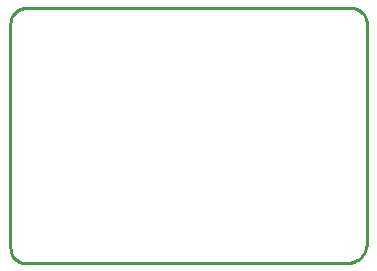
<source format=gbr>
G04 EAGLE Gerber X2 export*
%TF.Part,Single*%
%TF.FileFunction,Profile,NP*%
%TF.FilePolarity,Positive*%
%TF.GenerationSoftware,Autodesk,EAGLE,8.6.3*%
%TF.CreationDate,2023-09-30T00:22:19Z*%
G75*
%MOMM*%
%FSLAX34Y34*%
%LPD*%
%AMOC8*
5,1,8,0,0,1.08239X$1,22.5*%
G01*
%ADD10C,0.254000*%


D10*
X0Y12700D02*
X48Y11593D01*
X193Y10495D01*
X433Y9413D01*
X766Y8356D01*
X1190Y7333D01*
X1701Y6350D01*
X2297Y5416D01*
X2971Y4537D01*
X3720Y3720D01*
X4537Y2971D01*
X5416Y2297D01*
X6350Y1701D01*
X7333Y1190D01*
X8356Y766D01*
X9413Y433D01*
X10495Y193D01*
X11593Y48D01*
X12700Y0D01*
X285204Y0D01*
X286624Y62D01*
X288034Y248D01*
X289422Y555D01*
X290778Y983D01*
X292091Y1527D01*
X293352Y2183D01*
X294551Y2947D01*
X295679Y3813D01*
X296727Y4773D01*
X297687Y5821D01*
X298553Y6949D01*
X299317Y8148D01*
X299973Y9409D01*
X300517Y10722D01*
X300945Y12078D01*
X301252Y13466D01*
X301438Y14876D01*
X301500Y16296D01*
X301500Y203200D01*
X301452Y204298D01*
X301309Y205388D01*
X301071Y206461D01*
X300740Y207509D01*
X300319Y208525D01*
X299812Y209500D01*
X299221Y210427D01*
X298552Y211299D01*
X297810Y212110D01*
X296999Y212852D01*
X296127Y213521D01*
X295200Y214112D01*
X294225Y214619D01*
X293209Y215040D01*
X292161Y215371D01*
X291088Y215609D01*
X289998Y215752D01*
X288900Y215800D01*
X12700Y215800D01*
X11593Y215752D01*
X10495Y215607D01*
X9413Y215367D01*
X8356Y215034D01*
X7333Y214610D01*
X6350Y214099D01*
X5416Y213503D01*
X4537Y212829D01*
X3720Y212080D01*
X2971Y211263D01*
X2297Y210384D01*
X1701Y209450D01*
X1190Y208467D01*
X766Y207444D01*
X433Y206387D01*
X193Y205305D01*
X48Y204207D01*
X0Y203100D01*
X0Y12700D01*
M02*

</source>
